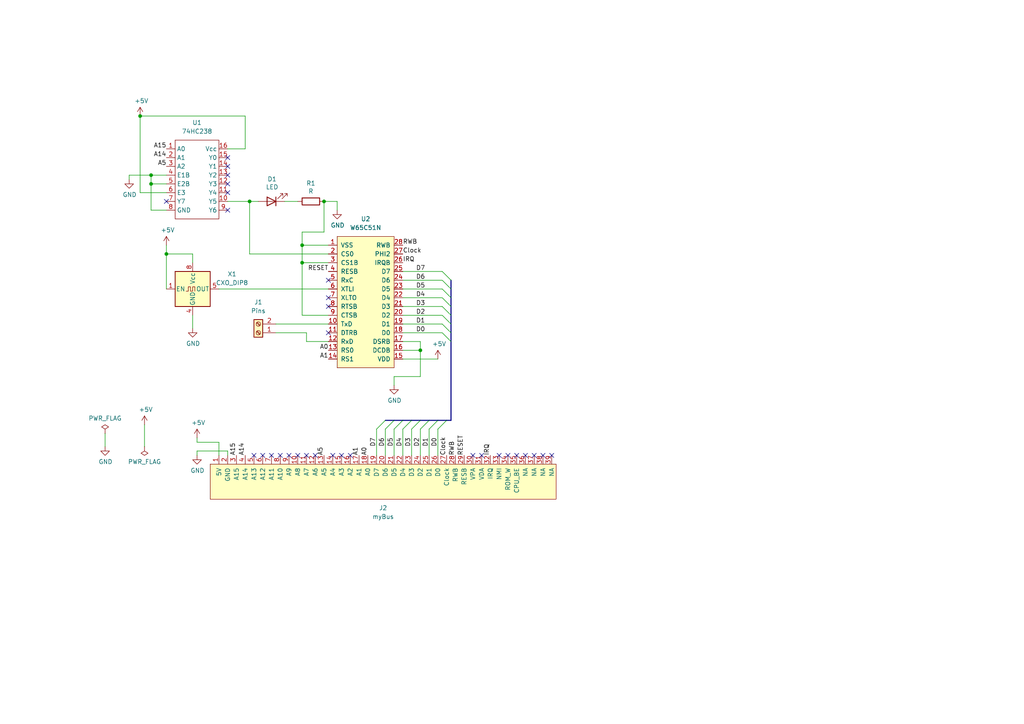
<source format=kicad_sch>
(kicad_sch (version 20211123) (generator eeschema)
  (paper "A4")
  (lib_symbols
    (symbol "6502:W65C51N" (pin_names (offset 1.016))
      (property "Reference" "U" (at -2.54 19.05 0))
      (property "Value" "W65C51N" (at 0 0 90))
      (symbol "W65C51N_0_1"
        (rectangle (start -8.89 17.78) (end 7.62 -20.32) (fill (type background)))
      )
      (symbol "W65C51N_1_1"
        (pin power_in line (at -11.43 15.24 0) (length 2.54) (name "VSS") (number "1"))
        (pin output line (at -11.43 -7.62 0) (length 2.54) (name "TxD") (number "10"))
        (pin output line (at -11.43 -10.16 0) (length 2.54) (name "DTRB") (number "11"))
        (pin input line (at -11.43 -12.7 0) (length 2.54) (name "RxD") (number "12"))
        (pin input line (at -11.43 -15.24 0) (length 2.54) (name "RS0") (number "13"))
        (pin input line (at -11.43 -17.78 0) (length 2.54) (name "RS1") (number "14"))
        (pin power_in line (at 10.16 -17.78 180) (length 2.54) (name "VDD") (number "15"))
        (pin input line (at 10.16 -15.24 180) (length 2.54) (name "DCDB") (number "16"))
        (pin input line (at 10.16 -12.7 180) (length 2.54) (name "DSRB") (number "17"))
        (pin tri_state line (at 10.16 -10.16 180) (length 2.54) (name "D0") (number "18"))
        (pin tri_state line (at 10.16 -7.62 180) (length 2.54) (name "D1") (number "19"))
        (pin input line (at -11.43 12.7 0) (length 2.54) (name "CS0") (number "2"))
        (pin tri_state line (at 10.16 -5.08 180) (length 2.54) (name "D2") (number "20"))
        (pin tri_state line (at 10.16 -2.54 180) (length 2.54) (name "D3") (number "21"))
        (pin tri_state line (at 10.16 0 180) (length 2.54) (name "D4") (number "22"))
        (pin tri_state line (at 10.16 2.54 180) (length 2.54) (name "D5") (number "23"))
        (pin tri_state line (at 10.16 5.08 180) (length 2.54) (name "D6") (number "24"))
        (pin tri_state line (at 10.16 7.62 180) (length 2.54) (name "D7") (number "25"))
        (pin open_collector line (at 10.16 10.16 180) (length 2.54) (name "IRQB") (number "26"))
        (pin input line (at 10.16 12.7 180) (length 2.54) (name "PHI2") (number "27"))
        (pin input line (at 10.16 15.24 180) (length 2.54) (name "RWB") (number "28"))
        (pin input line (at -11.43 10.16 0) (length 2.54) (name "CS1B") (number "3"))
        (pin input line (at -11.43 7.62 0) (length 2.54) (name "RESB") (number "4"))
        (pin bidirectional line (at -11.43 5.08 0) (length 2.54) (name "RxC") (number "5"))
        (pin input line (at -11.43 2.54 0) (length 2.54) (name "XTLI") (number "6"))
        (pin output line (at -11.43 0 0) (length 2.54) (name "XLTO") (number "7"))
        (pin output line (at -11.43 -2.54 0) (length 2.54) (name "RTSB") (number "8"))
        (pin input line (at -11.43 -5.08 0) (length 2.54) (name "CTSB") (number "9"))
      )
    )
    (symbol "6502:myBus" (pin_names (offset 1.016))
      (property "Reference" "J" (at 57.15 1.27 0))
      (property "Value" "myBus" (at 0 -1.27 0))
      (symbol "myBus_0_1"
        (rectangle (start -44.45 5.08) (end 55.88 -5.08) (fill (type background)))
      )
      (symbol "myBus_1_1"
        (pin power_in line (at -41.91 7.62 270) (length 2.54) (name "5V") (number "1"))
        (pin bidirectional line (at -19.05 7.62 270) (length 2.54) (name "A8") (number "10"))
        (pin bidirectional line (at -16.51 7.62 270) (length 2.54) (name "A7") (number "11"))
        (pin bidirectional line (at -13.97 7.62 270) (length 2.54) (name "A6") (number "12"))
        (pin bidirectional line (at -11.43 7.62 270) (length 2.54) (name "A5") (number "13"))
        (pin bidirectional line (at -8.89 7.62 270) (length 2.54) (name "A4") (number "14"))
        (pin bidirectional line (at -6.35 7.62 270) (length 2.54) (name "A3") (number "15"))
        (pin bidirectional line (at -3.81 7.62 270) (length 2.54) (name "A2") (number "16"))
        (pin bidirectional line (at -1.27 7.62 270) (length 2.54) (name "A1") (number "17"))
        (pin bidirectional line (at 1.27 7.62 270) (length 2.54) (name "A0") (number "18"))
        (pin bidirectional line (at 3.81 7.62 270) (length 2.54) (name "D7") (number "19"))
        (pin power_in line (at -39.37 7.62 270) (length 2.54) (name "GND") (number "2"))
        (pin bidirectional line (at 6.35 7.62 270) (length 2.54) (name "D6") (number "20"))
        (pin bidirectional line (at 8.89 7.62 270) (length 2.54) (name "D5") (number "21"))
        (pin bidirectional line (at 11.43 7.62 270) (length 2.54) (name "D4") (number "22"))
        (pin bidirectional line (at 13.97 7.62 270) (length 2.54) (name "D3") (number "23"))
        (pin bidirectional line (at 16.51 7.62 270) (length 2.54) (name "D2") (number "24"))
        (pin bidirectional line (at 19.05 7.62 270) (length 2.54) (name "D1") (number "25"))
        (pin bidirectional line (at 21.59 7.62 270) (length 2.54) (name "D0") (number "26"))
        (pin bidirectional line (at 24.13 7.62 270) (length 2.54) (name "Clock") (number "27"))
        (pin bidirectional line (at 26.67 7.62 270) (length 2.54) (name "RWB") (number "28"))
        (pin bidirectional line (at 29.21 7.62 270) (length 2.54) (name "RESB") (number "29"))
        (pin bidirectional line (at -36.83 7.62 270) (length 2.54) (name "A15") (number "3"))
        (pin bidirectional line (at 31.75 7.62 270) (length 2.54) (name "VPA") (number "30"))
        (pin bidirectional line (at 34.29 7.62 270) (length 2.54) (name "VDA") (number "31"))
        (pin bidirectional line (at 36.83 7.62 270) (length 2.54) (name "IRQ") (number "32"))
        (pin bidirectional line (at 39.37 7.62 270) (length 2.54) (name "NMI") (number "33"))
        (pin bidirectional line (at 41.91 7.62 270) (length 2.54) (name "ROM_W") (number "34"))
        (pin bidirectional line (at 44.45 7.62 270) (length 2.54) (name "CPU_BE") (number "35"))
        (pin bidirectional line (at 46.99 7.62 270) (length 2.54) (name "NA") (number "36"))
        (pin bidirectional line (at 49.53 7.62 270) (length 2.54) (name "NA") (number "37"))
        (pin bidirectional line (at 52.07 7.62 270) (length 2.54) (name "NA") (number "38"))
        (pin bidirectional line (at 54.61 7.62 270) (length 2.54) (name "NA") (number "39"))
        (pin bidirectional line (at -34.29 7.62 270) (length 2.54) (name "A14") (number "4"))
        (pin bidirectional line (at -31.75 7.62 270) (length 2.54) (name "A13") (number "5"))
        (pin bidirectional line (at -29.21 7.62 270) (length 2.54) (name "A12") (number "6"))
        (pin bidirectional line (at -26.67 7.62 270) (length 2.54) (name "A11") (number "7"))
        (pin bidirectional line (at -24.13 7.62 270) (length 2.54) (name "A10") (number "8"))
        (pin bidirectional line (at -21.59 7.62 270) (length 2.54) (name "A9") (number "9"))
      )
    )
    (symbol "Connector:Screw_Terminal_01x02" (pin_names (offset 1.016) hide)
      (property "Reference" "J" (at 0 2.54 0))
      (property "Value" "Screw_Terminal_01x02" (at 0 -5.08 0))
      (symbol "Screw_Terminal_01x02_1_1"
        (rectangle (start -1.27 1.27) (end 1.27 -3.81) (stroke (width 0.254)) (fill (type background)))
        (circle (center 0 -2.54) (radius 0.635) (stroke (width 0.1524)))
        (polyline (pts (xy -0.5334 -2.2098) (xy 0.3302 -3.048)) (stroke (width 0.1524)))
        (polyline (pts (xy -0.5334 0.3302) (xy 0.3302 -0.508)) (stroke (width 0.1524)))
        (polyline (pts (xy -0.3556 -2.032) (xy 0.508 -2.8702)) (stroke (width 0.1524)))
        (polyline (pts (xy -0.3556 0.508) (xy 0.508 -0.3302)) (stroke (width 0.1524)))
        (circle (center 0 0) (radius 0.635) (stroke (width 0.1524)))
        (pin passive line (at -5.08 0 0) (length 3.81) (name "Pin_1") (number "1"))
        (pin passive line (at -5.08 -2.54 0) (length 3.81) (name "Pin_2") (number "2"))
      )
    )
    (symbol "Device:LED" (pin_numbers hide) (pin_names (offset 1.016) hide)
      (property "Reference" "D" (at 0 2.54 0))
      (property "Value" "LED" (at 0 -2.54 0))
      (symbol "LED_0_1"
        (polyline (pts (xy -1.27 -1.27) (xy -1.27 1.27)) (stroke (width 0.254)))
        (polyline (pts (xy -1.27 0) (xy 1.27 0)))
        (polyline (pts (xy 1.27 -1.27) (xy 1.27 1.27) (xy -1.27 0) (xy 1.27 -1.27)) (stroke (width 0.254)))
        (polyline (pts (xy -3.048 -0.762) (xy -4.572 -2.286) (xy -3.81 -2.286) (xy -4.572 -2.286) (xy -4.572 -1.524)))
        (polyline (pts (xy -1.778 -0.762) (xy -3.302 -2.286) (xy -2.54 -2.286) (xy -3.302 -2.286) (xy -3.302 -1.524)))
      )
      (symbol "LED_1_1"
        (pin passive line (at -3.81 0 0) (length 2.54) (name "K") (number "1"))
        (pin passive line (at 3.81 0 180) (length 2.54) (name "A") (number "2"))
      )
    )
    (symbol "Device:R" (pin_numbers hide) (pin_names (offset 0))
      (property "Reference" "R" (at 2.032 0 90))
      (property "Value" "R" (at 0 0 90))
      (symbol "R_0_1"
        (rectangle (start -1.016 -2.54) (end 1.016 2.54) (stroke (width 0.254)))
      )
      (symbol "R_1_1"
        (pin passive line (at 0 3.81 270) (length 1.27) (name "~") (number "1"))
        (pin passive line (at 0 -3.81 90) (length 1.27) (name "~") (number "2"))
      )
    )
    (symbol "New_Library:74HC238"
      (property "Reference" "U" (at 0 11.43 0))
      (property "Value" "74HC238" (at 0 13.97 0))
      (symbol "74HC238_0_1"
        (rectangle (start 6.35 -12.7) (end -6.35 10.16))
      )
      (symbol "74HC238_1_1"
        (pin input line (at -8.89 7.62 0) (length 2.54) (name "A0") (number "1"))
        (pin output line (at 8.89 -7.62 180) (length 2.54) (name "Y5") (number "10"))
        (pin output line (at 8.89 -5.08 180) (length 2.54) (name "Y4") (number "11"))
        (pin output line (at 8.89 -2.54 180) (length 2.54) (name "Y3") (number "12"))
        (pin output line (at 8.89 0 180) (length 2.54) (name "Y2") (number "13"))
        (pin output line (at 8.89 2.54 180) (length 2.54) (name "Y1") (number "14"))
        (pin output line (at 8.89 5.08 180) (length 2.54) (name "Y0") (number "15"))
        (pin power_in line (at 8.89 7.62 180) (length 2.54) (name "Vcc") (number "16"))
        (pin input line (at -8.89 5.08 0) (length 2.54) (name "A1") (number "2"))
        (pin input line (at -8.89 2.54 0) (length 2.54) (name "A2") (number "3"))
        (pin input line (at -8.89 0 0) (length 2.54) (name "E1B") (number "4"))
        (pin input line (at -8.89 -2.54 0) (length 2.54) (name "E2B") (number "5"))
        (pin input line (at -8.89 -5.08 0) (length 2.54) (name "E3") (number "6"))
        (pin output line (at -8.89 -7.62 0) (length 2.54) (name "Y7") (number "7"))
        (pin power_in line (at -8.89 -10.16 0) (length 2.54) (name "GND") (number "8"))
        (pin output line (at 8.89 -10.16 180) (length 2.54) (name "Y6") (number "9"))
      )
    )
    (symbol "Oscillator:CXO_DIP8" (pin_names (offset 0.254))
      (property "Reference" "X" (at -5.08 6.35 0))
      (property "Value" "CXO_DIP8" (at 1.27 -6.35 0))
      (symbol "CXO_DIP8_0_1"
        (rectangle (start -5.08 5.08) (end 5.08 -5.08) (stroke (width 0.254)) (fill (type background)))
        (polyline (pts (xy -1.905 -0.635) (xy -1.27 -0.635) (xy -1.27 0.635) (xy -0.635 0.635) (xy -0.635 -0.635) (xy 0 -0.635) (xy 0 0.635) (xy 0.635 0.635) (xy 0.635 -0.635)))
      )
      (symbol "CXO_DIP8_1_1"
        (pin input line (at -7.62 0 0) (length 2.54) (name "EN") (number "1"))
        (pin power_in line (at 0 -7.62 90) (length 2.54) (name "GND") (number "4"))
        (pin output line (at 7.62 0 180) (length 2.54) (name "OUT") (number "5"))
        (pin power_in line (at 0 7.62 270) (length 2.54) (name "Vcc") (number "8"))
      )
    )
    (symbol "power:+5V" (power) (pin_names (offset 0))
      (property "Value" "+5V" (at 0 3.556 0))
      (symbol "+5V_0_1"
        (polyline (pts (xy -0.762 1.27) (xy 0 2.54)))
        (polyline (pts (xy 0 0) (xy 0 2.54)))
        (polyline (pts (xy 0 2.54) (xy 0.762 1.27)))
      )
      (symbol "+5V_1_1"
        (pin power_in line (at 0 0 90) (length 0) hide (name "+5V") (number "1"))
      )
    )
    (symbol "power:GND" (power) (pin_names (offset 0))
      (property "Value" "GND" (at 0 -3.81 0))
      (symbol "GND_0_1"
        (polyline (pts (xy 0 0) (xy 0 -1.27) (xy 1.27 -1.27) (xy 0 -2.54) (xy -1.27 -1.27) (xy 0 -1.27)))
      )
      (symbol "GND_1_1"
        (pin power_in line (at 0 0 270) (length 0) hide (name "GND") (number "1"))
      )
    )
    (symbol "power:PWR_FLAG" (power) (pin_numbers hide) (pin_names (offset 0) hide)
      (property "Value" "PWR_FLAG" (at 0 3.81 0))
      (symbol "PWR_FLAG_0_0"
        (pin power_out line (at 0 0 90) (length 0) (name "pwr") (number "1"))
      )
      (symbol "PWR_FLAG_0_1"
        (polyline (pts (xy 0 0) (xy 0 1.27) (xy -1.016 1.905) (xy 0 2.54) (xy 1.016 1.905) (xy 0 1.27)))
      )
    )
  )
  (junction (at 87.63 76.2))
  (junction (at 72.39 58.42))
  (junction (at 43.815 50.8))
  (junction (at 87.63 71.12))
  (junction (at 93.98 58.42))
  (junction (at 43.815 53.34))
  (junction (at 121.92 101.6))
  (junction (at 40.64 33.655))
  (junction (at 48.26 73.66))
  (no_connect (at 139.7 132.08))
  (no_connect (at 144.78 132.08))
  (no_connect (at 147.32 132.08))
  (no_connect (at 149.86 132.08))
  (no_connect (at 152.4 132.08))
  (no_connect (at 154.94 132.08))
  (no_connect (at 157.48 132.08))
  (no_connect (at 160.02 132.08))
  (no_connect (at 137.16 132.08))
  (no_connect (at 66.04 53.34))
  (no_connect (at 66.04 50.8))
  (no_connect (at 66.04 48.26))
  (no_connect (at 66.04 55.88))
  (no_connect (at 66.04 60.96))
  (no_connect (at 66.04 45.72))
  (no_connect (at 48.26 58.42))
  (no_connect (at 95.25 96.52))
  (no_connect (at 95.25 86.36))
  (no_connect (at 95.25 81.28))
  (no_connect (at 95.25 88.9))
  (no_connect (at 73.66 132.08))
  (no_connect (at 76.2 132.08))
  (no_connect (at 78.74 132.08))
  (no_connect (at 81.28 132.08))
  (no_connect (at 96.52 132.08))
  (no_connect (at 99.06 132.08))
  (no_connect (at 83.82 132.08))
  (no_connect (at 86.36 132.08))
  (no_connect (at 88.9 132.08))
  (no_connect (at 91.44 132.08))
  (no_connect (at 101.6 132.08))
  (bus_entry (at 111.76 124.46) (size 2.54 -2.54))
  (bus_entry (at 109.22 124.46) (size 2.54 -2.54))
  (bus_entry (at 127 124.46) (size 2.54 -2.54))
  (bus_entry (at 114.3 124.46) (size 2.54 -2.54))
  (bus_entry (at 121.92 124.46) (size 2.54 -2.54))
  (bus_entry (at 119.38 124.46) (size 2.54 -2.54))
  (bus_entry (at 124.46 124.46) (size 2.54 -2.54))
  (bus_entry (at 116.84 124.46) (size 2.54 -2.54))
  (bus_entry (at 128.27 86.36) (size 2.54 2.54))
  (bus_entry (at 128.27 88.9) (size 2.54 2.54))
  (bus_entry (at 128.27 81.28) (size 2.54 2.54))
  (bus_entry (at 128.27 83.82) (size 2.54 2.54))
  (bus_entry (at 128.27 78.74) (size 2.54 2.54))
  (bus_entry (at 128.27 93.98) (size 2.54 2.54))
  (bus_entry (at 128.27 96.52) (size 2.54 2.54))
  (bus_entry (at 128.27 91.44) (size 2.54 2.54))
  (wire (pts (xy 95.25 91.44) (xy 87.63 91.44)))
  (wire (pts (xy 55.88 76.2) (xy 55.88 73.66)))
  (wire (pts (xy 66.04 130.81) (xy 57.15 130.81)))
  (wire (pts (xy 121.92 109.22) (xy 114.3 109.22)))
  (wire (pts (xy 82.55 58.42) (xy 86.36 58.42)))
  (wire (pts (xy 116.84 91.44) (xy 128.27 91.44)))
  (wire (pts (xy 116.84 93.98) (xy 128.27 93.98)))
  (wire (pts (xy 121.92 124.46) (xy 121.92 132.08)))
  (wire (pts (xy 80.01 93.98) (xy 95.25 93.98)))
  (bus (pts (xy 130.81 96.52) (xy 130.81 99.06)))
  (wire (pts (xy 40.64 55.88) (xy 40.64 33.655)))
  (wire (pts (xy 87.63 67.31) (xy 87.63 71.12)))
  (bus (pts (xy 121.92 121.92) (xy 124.46 121.92)))
  (wire (pts (xy 63.5 83.82) (xy 95.25 83.82)))
  (wire (pts (xy 57.15 127) (xy 57.15 128.27)))
  (wire (pts (xy 43.815 53.34) (xy 43.815 60.96)))
  (bus (pts (xy 130.81 93.98) (xy 130.81 96.52)))
  (bus (pts (xy 130.81 91.44) (xy 130.81 93.98)))
  (wire (pts (xy 116.84 86.36) (xy 128.27 86.36)))
  (wire (pts (xy 72.39 58.42) (xy 74.93 58.42)))
  (wire (pts (xy 43.815 53.34) (xy 48.26 53.34)))
  (wire (pts (xy 48.26 71.12) (xy 48.26 73.66)))
  (wire (pts (xy 116.84 78.74) (xy 128.27 78.74)))
  (wire (pts (xy 66.04 132.08) (xy 66.04 130.81)))
  (wire (pts (xy 48.26 55.88) (xy 40.64 55.88)))
  (wire (pts (xy 93.98 58.42) (xy 97.79 58.42)))
  (wire (pts (xy 116.84 88.9) (xy 128.27 88.9)))
  (wire (pts (xy 66.04 43.18) (xy 71.12 43.18)))
  (wire (pts (xy 116.84 124.46) (xy 116.84 132.08)))
  (wire (pts (xy 116.84 99.06) (xy 121.92 99.06)))
  (wire (pts (xy 43.815 50.8) (xy 37.465 50.8)))
  (wire (pts (xy 72.39 58.42) (xy 66.04 58.42)))
  (wire (pts (xy 87.63 67.31) (xy 93.98 67.31)))
  (wire (pts (xy 55.88 73.66) (xy 48.26 73.66)))
  (wire (pts (xy 87.63 71.12) (xy 87.63 76.2)))
  (bus (pts (xy 129.54 121.92) (xy 130.81 121.92)))
  (wire (pts (xy 116.84 96.52) (xy 128.27 96.52)))
  (wire (pts (xy 116.84 81.28) (xy 128.27 81.28)))
  (wire (pts (xy 57.15 128.27) (xy 63.5 128.27)))
  (wire (pts (xy 111.76 124.46) (xy 111.76 132.08)))
  (wire (pts (xy 71.12 33.655) (xy 40.64 33.655)))
  (wire (pts (xy 87.63 76.2) (xy 95.25 76.2)))
  (bus (pts (xy 114.3 121.92) (xy 116.84 121.92)))
  (bus (pts (xy 111.76 121.92) (xy 114.3 121.92)))
  (wire (pts (xy 48.26 73.66) (xy 48.26 83.82)))
  (wire (pts (xy 37.465 50.8) (xy 37.465 52.07)))
  (wire (pts (xy 116.84 83.82) (xy 128.27 83.82)))
  (bus (pts (xy 130.81 99.06) (xy 130.81 121.92)))
  (wire (pts (xy 87.63 91.44) (xy 87.63 76.2)))
  (wire (pts (xy 114.3 124.46) (xy 114.3 132.08)))
  (wire (pts (xy 116.84 101.6) (xy 121.92 101.6)))
  (wire (pts (xy 121.92 101.6) (xy 121.92 109.22)))
  (wire (pts (xy 55.88 91.44) (xy 55.88 95.25)))
  (wire (pts (xy 119.38 124.46) (xy 119.38 132.08)))
  (wire (pts (xy 43.815 60.96) (xy 48.26 60.96)))
  (wire (pts (xy 93.98 67.31) (xy 93.98 58.42)))
  (wire (pts (xy 87.63 71.12) (xy 95.25 71.12)))
  (wire (pts (xy 88.9 99.06) (xy 95.25 99.06)))
  (wire (pts (xy 88.9 96.52) (xy 88.9 99.06)))
  (bus (pts (xy 124.46 121.92) (xy 127 121.92)))
  (wire (pts (xy 80.01 96.52) (xy 88.9 96.52)))
  (bus (pts (xy 130.81 88.9) (xy 130.81 91.44)))
  (bus (pts (xy 116.84 121.92) (xy 119.38 121.92)))
  (wire (pts (xy 121.92 99.06) (xy 121.92 101.6)))
  (wire (pts (xy 63.5 128.27) (xy 63.5 132.08)))
  (bus (pts (xy 130.81 83.82) (xy 130.81 86.36)))
  (wire (pts (xy 72.39 58.42) (xy 72.39 73.66)))
  (wire (pts (xy 114.3 109.22) (xy 114.3 111.76)))
  (wire (pts (xy 127 124.46) (xy 127 132.08)))
  (wire (pts (xy 41.91 123.19) (xy 41.91 129.54)))
  (wire (pts (xy 109.22 124.46) (xy 109.22 132.08)))
  (wire (pts (xy 30.48 129.54) (xy 30.48 125.73)))
  (wire (pts (xy 97.79 58.42) (xy 97.79 60.96)))
  (wire (pts (xy 57.15 130.81) (xy 57.15 132.08)))
  (bus (pts (xy 127 121.92) (xy 129.54 121.92)))
  (wire (pts (xy 71.12 43.18) (xy 71.12 33.655)))
  (wire (pts (xy 72.39 73.66) (xy 95.25 73.66)))
  (bus (pts (xy 130.81 81.28) (xy 130.81 83.82)))
  (bus (pts (xy 119.38 121.92) (xy 121.92 121.92)))
  (bus (pts (xy 130.81 86.36) (xy 130.81 88.9)))
  (wire (pts (xy 124.46 124.46) (xy 124.46 132.08)))
  (wire (pts (xy 43.815 50.8) (xy 43.815 53.34)))
  (wire (pts (xy 116.84 104.14) (xy 127 104.14)))
  (wire (pts (xy 43.815 50.8) (xy 48.26 50.8)))
  (label "D5" (at 114.3 129.54 90))
  (label "D1" (at 124.46 129.54 90))
  (label "D4" (at 120.65 86.36 0))
  (label "Clock" (at 116.84 73.66 0))
  (label "D0" (at 120.65 96.52 0))
  (label "A15" (at 48.26 43.18 180))
  (label "D4" (at 116.84 129.54 90))
  (label "D2" (at 120.65 91.44 0))
  (label "A14" (at 71.12 132.08 90))
  (label "D7" (at 109.22 129.54 90))
  (label "A15" (at 68.58 132.08 90))
  (label "IRQ" (at 116.84 76.2 0))
  (label "D3" (at 119.38 129.54 90))
  (label "RWB" (at 132.08 132.08 90))
  (label "A1" (at 104.14 132.08 90))
  (label "D0" (at 127 129.54 90))
  (label "D5" (at 120.65 83.82 0))
  (label "RESET" (at 95.25 78.74 180))
  (label "D2" (at 121.92 129.54 90))
  (label "A0" (at 95.25 101.6 180))
  (label "A14" (at 48.26 45.72 180))
  (label "Clock" (at 129.54 132.08 90))
  (label "D1" (at 120.65 93.98 0))
  (label "IRQ" (at 142.24 132.08 90))
  (label "D3" (at 120.65 88.9 0))
  (label "A5" (at 93.98 132.08 90))
  (label "A5" (at 48.26 48.26 180))
  (label "RESET" (at 134.62 132.08 90))
  (label "RWB" (at 116.84 71.12 0))
  (label "D7" (at 120.65 78.74 0))
  (label "A0" (at 106.68 132.08 90))
  (label "D6" (at 111.76 129.54 90))
  (label "A1" (at 95.25 104.14 180))
  (label "D6" (at 120.65 81.28 0))
  (symbol (lib_id "power:+5V") (at 57.15 127 0) (unit 1)
    (property "Reference" "#PWR07" (effects hide))
    (property "Value" "+5V" (at 57.531 122.6058 0))
  )
  (symbol (lib_id "power:+5V") (at 40.64 33.655 0) (unit 1)
    (property "Reference" "#PWR03" (effects hide))
    (property "Value" "+5V" (at 41.021 29.2608 0))
  )
  (symbol (lib_id "power:GND") (at 30.48 129.54 0) (unit 1)
    (property "Reference" "#PWR01" (effects hide))
    (property "Value" "GND" (at 30.607 133.9342 0))
  )
  (symbol (lib_id "power:+5V") (at 41.91 123.19 0) (unit 1)
    (property "Reference" "#PWR04" (effects hide))
    (property "Value" "+5V" (at 42.291 118.7958 0))
  )
  (symbol (lib_id "Device:LED") (at 78.74 58.42 180) (unit 1)
    (property "Reference" "D1" (at 78.9178 51.943 0))
    (property "Value" "LED" (at 78.9178 54.2544 0))
    (property "Footprint" "LED_THT:LED_D5.0mm" (effects hide))
  )
  (symbol (lib_id "power:GND") (at 97.79 60.96 0) (unit 1)
    (property "Reference" "#PWR09" (effects hide))
    (property "Value" "GND" (at 97.917 65.3542 0))
  )
  (symbol (lib_id "Device:R") (at 90.17 58.42 270) (unit 1)
    (property "Reference" "R1" (at 90.17 53.1622 90))
    (property "Value" "R" (at 90.17 55.4736 90))
    (property "Footprint" "Resistor_THT:R_Axial_DIN0207_L6.3mm_D2.5mm_P15.24mm_Horizontal" (effects hide))
  )
  (symbol (lib_id "6502:myBus") (at 105.41 139.7 0) (unit 1)
    (property "Reference" "J2" (at 111.125 147.32 0))
    (property "Value" "myBus" (at 111.125 149.86 0))
  )
  (symbol (lib_id "power:+5V") (at 48.26 71.12 0) (unit 1)
    (property "Reference" "#PWR05" (effects hide))
    (property "Value" "+5V" (at 48.641 66.7258 0))
  )
  (symbol (lib_id "power:+5V") (at 127 104.14 0) (unit 1)
    (property "Reference" "#PWR011" (effects hide))
    (property "Value" "+5V" (at 127.381 99.7458 0))
  )
  (symbol (lib_id "power:GND") (at 37.465 52.07 0) (unit 1)
    (property "Reference" "#PWR02" (effects hide))
    (property "Value" "GND" (at 37.592 56.4642 0))
  )
  (symbol (lib_id "power:GND") (at 55.88 95.25 0) (unit 1)
    (property "Reference" "#PWR06" (effects hide))
    (property "Value" "GND" (at 56.007 99.6442 0))
  )
  (symbol (lib_id "power:GND") (at 114.3 111.76 0) (unit 1)
    (property "Reference" "#PWR010" (effects hide))
    (property "Value" "GND" (at 114.427 116.1542 0))
  )
  (symbol (lib_id "Oscillator:CXO_DIP8") (at 55.88 83.82 0) (unit 1)
    (property "Reference" "X1" (at 67.31 79.4893 0))
    (property "Value" "CXO_DIP8" (at 67.31 82.0293 0))
    (property "Footprint" "Oscillator:Oscillator_DIP-8" (effects hide))
    (property "Datasheet" "http://cdn-reichelt.de/documents/datenblatt/B400/OSZI.pdf" (effects hide))
  )
  (symbol (lib_id "Connector:Screw_Terminal_01x02") (at 74.93 96.52 180) (unit 1)
    (property "Reference" "J1" (at 74.93 87.63 0))
    (property "Value" "Pins" (at 74.93 90.17 0))
  )
  (symbol (lib_id "power:PWR_FLAG") (at 41.91 129.54 180) (unit 1)
    (property "Reference" "#FLG02" (effects hide))
    (property "Value" "PWR_FLAG" (at 41.91 133.9342 0))
  )
  (symbol (lib_id "power:GND") (at 57.15 132.08 0) (unit 1)
    (property "Reference" "#PWR08" (effects hide))
    (property "Value" "GND" (at 57.277 136.4742 0))
  )
  (symbol (lib_id "6502:W65C51N") (at 106.68 86.36 0) (unit 1)
    (property "Reference" "U2" (at 106.045 63.5 0))
    (property "Value" "W65C51N" (at 106.045 66.04 0))
  )
  (symbol (lib_id "New_Library:74HC238") (at 57.15 50.8 0) (unit 1)
    (property "Reference" "U1" (at 57.15 35.56 0))
    (property "Value" "74HC238" (at 57.15 38.1 0))
  )
  (symbol (lib_id "power:PWR_FLAG") (at 30.48 125.73 0) (unit 1)
    (property "Reference" "#FLG01" (effects hide))
    (property "Value" "PWR_FLAG" (at 30.48 121.3358 0))
  )
)
</source>
